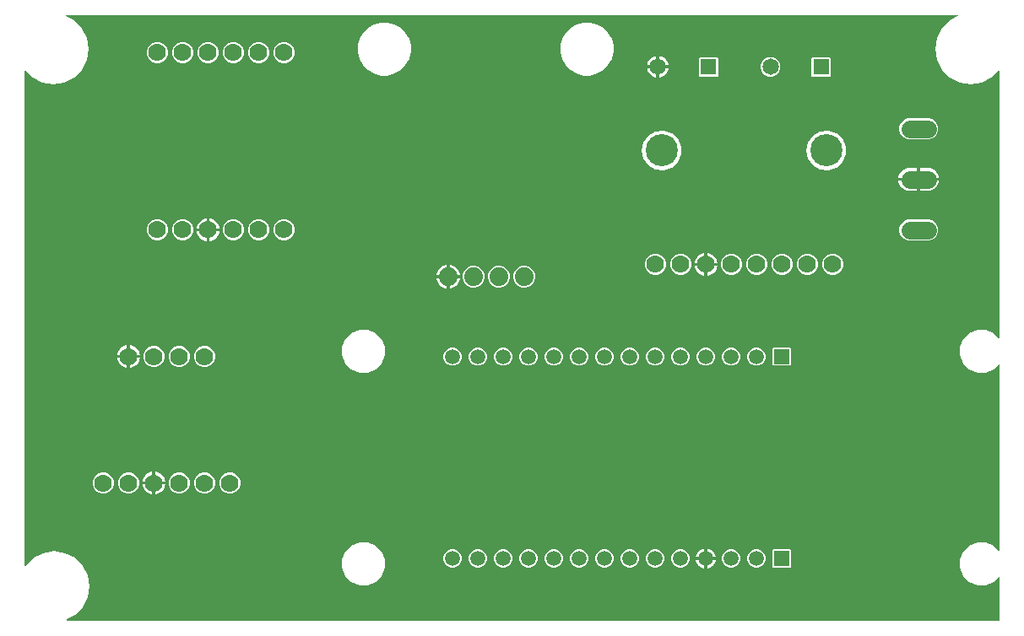
<source format=gbr>
G04 EAGLE Gerber RS-274X export*
G75*
%MOMM*%
%FSLAX34Y34*%
%LPD*%
%INBottom Copper*%
%IPPOS*%
%AMOC8*
5,1,8,0,0,1.08239X$1,22.5*%
G01*
%ADD10C,1.879600*%
%ADD11C,1.778000*%
%ADD12R,1.508000X1.508000*%
%ADD13C,1.508000*%
%ADD14R,1.650000X1.650000*%
%ADD15C,1.650000*%
%ADD16C,1.790700*%
%ADD17C,3.216000*%

G36*
X1213364Y55915D02*
X1213364Y55915D01*
X1213389Y55912D01*
X1213484Y55934D01*
X1213581Y55950D01*
X1213602Y55962D01*
X1213626Y55968D01*
X1213710Y56019D01*
X1213796Y56065D01*
X1213813Y56083D01*
X1213834Y56096D01*
X1213896Y56172D01*
X1213963Y56243D01*
X1213973Y56266D01*
X1213989Y56285D01*
X1214023Y56376D01*
X1214064Y56466D01*
X1214066Y56490D01*
X1214075Y56513D01*
X1214089Y56660D01*
X1214089Y99211D01*
X1214077Y99284D01*
X1214075Y99357D01*
X1214058Y99403D01*
X1214050Y99452D01*
X1214015Y99517D01*
X1213989Y99585D01*
X1213958Y99624D01*
X1213935Y99667D01*
X1213881Y99717D01*
X1213834Y99774D01*
X1213793Y99800D01*
X1213757Y99834D01*
X1213690Y99864D01*
X1213627Y99903D01*
X1213579Y99914D01*
X1213534Y99935D01*
X1213461Y99942D01*
X1213390Y99959D01*
X1213341Y99954D01*
X1213291Y99959D01*
X1213220Y99942D01*
X1213147Y99935D01*
X1213102Y99915D01*
X1213054Y99904D01*
X1212991Y99865D01*
X1212924Y99835D01*
X1212868Y99788D01*
X1212846Y99775D01*
X1212836Y99762D01*
X1212810Y99741D01*
X1208058Y94989D01*
X1200189Y91729D01*
X1191671Y91729D01*
X1183802Y94989D01*
X1177779Y101012D01*
X1174519Y108881D01*
X1174519Y117399D01*
X1177779Y125268D01*
X1183802Y131291D01*
X1191671Y134551D01*
X1200189Y134551D01*
X1208058Y131291D01*
X1212810Y126539D01*
X1212870Y126496D01*
X1212924Y126446D01*
X1212968Y126426D01*
X1213009Y126397D01*
X1213079Y126376D01*
X1213146Y126345D01*
X1213195Y126340D01*
X1213242Y126326D01*
X1213315Y126328D01*
X1213389Y126321D01*
X1213437Y126332D01*
X1213486Y126334D01*
X1213555Y126360D01*
X1213626Y126376D01*
X1213668Y126403D01*
X1213714Y126420D01*
X1213771Y126466D01*
X1213834Y126505D01*
X1213865Y126543D01*
X1213903Y126575D01*
X1213942Y126637D01*
X1213989Y126694D01*
X1214006Y126740D01*
X1214032Y126782D01*
X1214049Y126853D01*
X1214075Y126922D01*
X1214082Y126995D01*
X1214088Y127019D01*
X1214086Y127036D01*
X1214089Y127069D01*
X1214089Y312611D01*
X1214077Y312684D01*
X1214075Y312757D01*
X1214058Y312803D01*
X1214050Y312852D01*
X1214015Y312917D01*
X1213989Y312985D01*
X1213958Y313024D01*
X1213935Y313067D01*
X1213881Y313117D01*
X1213834Y313174D01*
X1213793Y313200D01*
X1213757Y313234D01*
X1213690Y313264D01*
X1213627Y313303D01*
X1213579Y313314D01*
X1213534Y313335D01*
X1213461Y313342D01*
X1213390Y313359D01*
X1213341Y313354D01*
X1213291Y313359D01*
X1213220Y313342D01*
X1213147Y313335D01*
X1213102Y313315D01*
X1213054Y313304D01*
X1212991Y313265D01*
X1212924Y313235D01*
X1212868Y313188D01*
X1212846Y313175D01*
X1212836Y313162D01*
X1212810Y313141D01*
X1208058Y308389D01*
X1200189Y305129D01*
X1191671Y305129D01*
X1183802Y308389D01*
X1177779Y314412D01*
X1174519Y322281D01*
X1174519Y330799D01*
X1177779Y338668D01*
X1183802Y344691D01*
X1191671Y347951D01*
X1200189Y347951D01*
X1208058Y344691D01*
X1212810Y339939D01*
X1212870Y339896D01*
X1212924Y339846D01*
X1212968Y339826D01*
X1213009Y339797D01*
X1213079Y339776D01*
X1213146Y339745D01*
X1213195Y339740D01*
X1213242Y339726D01*
X1213315Y339728D01*
X1213389Y339721D01*
X1213437Y339732D01*
X1213486Y339734D01*
X1213555Y339760D01*
X1213626Y339776D01*
X1213668Y339803D01*
X1213714Y339820D01*
X1213771Y339866D01*
X1213834Y339905D01*
X1213865Y339943D01*
X1213903Y339975D01*
X1213942Y340037D01*
X1213989Y340094D01*
X1214006Y340140D01*
X1214032Y340182D01*
X1214049Y340253D01*
X1214075Y340322D01*
X1214082Y340395D01*
X1214088Y340419D01*
X1214086Y340436D01*
X1214089Y340469D01*
X1214089Y607572D01*
X1214077Y607645D01*
X1214075Y607718D01*
X1214058Y607764D01*
X1214050Y607813D01*
X1214015Y607878D01*
X1213989Y607946D01*
X1213958Y607985D01*
X1213935Y608028D01*
X1213881Y608078D01*
X1213834Y608135D01*
X1213793Y608161D01*
X1213757Y608195D01*
X1213690Y608225D01*
X1213627Y608264D01*
X1213579Y608275D01*
X1213534Y608296D01*
X1213461Y608303D01*
X1213390Y608320D01*
X1213341Y608315D01*
X1213291Y608320D01*
X1213220Y608303D01*
X1213147Y608296D01*
X1213102Y608276D01*
X1213054Y608265D01*
X1212991Y608226D01*
X1212924Y608196D01*
X1212868Y608149D01*
X1212846Y608136D01*
X1212836Y608123D01*
X1212810Y608102D01*
X1205787Y601078D01*
X1195876Y596029D01*
X1184890Y594289D01*
X1173904Y596029D01*
X1163993Y601078D01*
X1156128Y608943D01*
X1151079Y618854D01*
X1149339Y629840D01*
X1151079Y640826D01*
X1156128Y650737D01*
X1163994Y658602D01*
X1171983Y662672D01*
X1172038Y662713D01*
X1172099Y662745D01*
X1172136Y662785D01*
X1172179Y662817D01*
X1172218Y662873D01*
X1172265Y662924D01*
X1172288Y662973D01*
X1172319Y663017D01*
X1172338Y663083D01*
X1172366Y663146D01*
X1172372Y663200D01*
X1172387Y663252D01*
X1172383Y663320D01*
X1172390Y663389D01*
X1172378Y663441D01*
X1172376Y663495D01*
X1172351Y663559D01*
X1172335Y663626D01*
X1172306Y663672D01*
X1172287Y663723D01*
X1172243Y663775D01*
X1172206Y663834D01*
X1172165Y663868D01*
X1172130Y663909D01*
X1172071Y663945D01*
X1172018Y663989D01*
X1171967Y664008D01*
X1171921Y664036D01*
X1171854Y664050D01*
X1171790Y664075D01*
X1171706Y664083D01*
X1171683Y664088D01*
X1171669Y664087D01*
X1171643Y664089D01*
X278050Y664089D01*
X277983Y664078D01*
X277914Y664077D01*
X277863Y664058D01*
X277810Y664050D01*
X277749Y664017D01*
X277685Y663994D01*
X277642Y663960D01*
X277594Y663935D01*
X277548Y663884D01*
X277494Y663842D01*
X277465Y663796D01*
X277428Y663757D01*
X277399Y663694D01*
X277362Y663636D01*
X277349Y663584D01*
X277327Y663534D01*
X277320Y663466D01*
X277304Y663399D01*
X277308Y663345D01*
X277303Y663291D01*
X277318Y663225D01*
X277324Y663156D01*
X277346Y663107D01*
X277358Y663054D01*
X277394Y662995D01*
X277422Y662933D01*
X277458Y662892D01*
X277487Y662846D01*
X277540Y662803D01*
X277586Y662752D01*
X277656Y662707D01*
X277675Y662692D01*
X277688Y662687D01*
X277710Y662672D01*
X285857Y658522D01*
X293722Y650657D01*
X298771Y640746D01*
X300511Y629760D01*
X298771Y618774D01*
X293722Y608863D01*
X285857Y600998D01*
X275946Y595949D01*
X264960Y594209D01*
X253974Y595949D01*
X244063Y600998D01*
X237190Y607872D01*
X237130Y607915D01*
X237076Y607965D01*
X237032Y607985D01*
X236991Y608014D01*
X236921Y608035D01*
X236854Y608066D01*
X236805Y608071D01*
X236758Y608085D01*
X236685Y608083D01*
X236611Y608090D01*
X236563Y608079D01*
X236514Y608077D01*
X236445Y608051D01*
X236374Y608035D01*
X236332Y608009D01*
X236286Y607991D01*
X236229Y607945D01*
X236166Y607906D01*
X236135Y607868D01*
X236097Y607837D01*
X236058Y607774D01*
X236011Y607717D01*
X235994Y607671D01*
X235968Y607629D01*
X235951Y607558D01*
X235925Y607489D01*
X235918Y607416D01*
X235912Y607392D01*
X235914Y607375D01*
X235911Y607342D01*
X235911Y111778D01*
X235923Y111705D01*
X235925Y111632D01*
X235942Y111586D01*
X235950Y111537D01*
X235985Y111472D01*
X236011Y111404D01*
X236042Y111365D01*
X236065Y111322D01*
X236119Y111272D01*
X236166Y111215D01*
X236207Y111189D01*
X236243Y111155D01*
X236310Y111125D01*
X236373Y111086D01*
X236421Y111075D01*
X236466Y111054D01*
X236539Y111047D01*
X236610Y111030D01*
X236659Y111035D01*
X236709Y111030D01*
X236780Y111047D01*
X236853Y111054D01*
X236898Y111074D01*
X236946Y111085D01*
X237009Y111124D01*
X237076Y111154D01*
X237132Y111201D01*
X237154Y111214D01*
X237164Y111227D01*
X237190Y111248D01*
X244963Y119022D01*
X254874Y124071D01*
X265860Y125811D01*
X276846Y124071D01*
X286757Y119022D01*
X294622Y111157D01*
X299671Y101246D01*
X301411Y90260D01*
X299671Y79274D01*
X294622Y69363D01*
X286757Y61498D01*
X278571Y57328D01*
X278516Y57287D01*
X278455Y57255D01*
X278418Y57215D01*
X278375Y57183D01*
X278335Y57127D01*
X278288Y57076D01*
X278266Y57027D01*
X278235Y56983D01*
X278216Y56917D01*
X278188Y56854D01*
X278182Y56800D01*
X278167Y56748D01*
X278170Y56680D01*
X278163Y56611D01*
X278176Y56559D01*
X278178Y56505D01*
X278203Y56441D01*
X278219Y56374D01*
X278247Y56328D01*
X278267Y56277D01*
X278311Y56225D01*
X278347Y56166D01*
X278389Y56132D01*
X278424Y56091D01*
X278483Y56055D01*
X278536Y56011D01*
X278586Y55992D01*
X278633Y55964D01*
X278700Y55949D01*
X278764Y55925D01*
X278847Y55917D01*
X278871Y55912D01*
X278885Y55913D01*
X278911Y55911D01*
X1213340Y55911D01*
X1213364Y55915D01*
G37*
%LPC*%
G36*
X796589Y603249D02*
X796589Y603249D01*
X789805Y605067D01*
X783724Y608578D01*
X778758Y613544D01*
X775247Y619625D01*
X773429Y626409D01*
X773429Y633431D01*
X773618Y634137D01*
X773619Y634137D01*
X773619Y634138D01*
X773819Y634887D01*
X774020Y635636D01*
X774221Y636385D01*
X774421Y637134D01*
X774422Y637134D01*
X774422Y637135D01*
X774823Y638633D01*
X775024Y639382D01*
X775247Y640215D01*
X778758Y646296D01*
X783724Y651262D01*
X789805Y654773D01*
X796589Y656591D01*
X803611Y656591D01*
X810395Y654773D01*
X816476Y651262D01*
X821442Y646296D01*
X824953Y640215D01*
X826771Y633431D01*
X826771Y626409D01*
X826737Y626284D01*
X826537Y625535D01*
X826135Y624037D01*
X826135Y624036D01*
X825934Y623287D01*
X825533Y621789D01*
X825332Y621040D01*
X825332Y621039D01*
X824953Y619625D01*
X821442Y613544D01*
X816476Y608578D01*
X810395Y605067D01*
X803611Y603249D01*
X796589Y603249D01*
G37*
%LPD*%
%LPC*%
G36*
X593389Y603249D02*
X593389Y603249D01*
X586605Y605067D01*
X580524Y608578D01*
X575558Y613544D01*
X572047Y619625D01*
X570229Y626409D01*
X570229Y633431D01*
X570418Y634137D01*
X570419Y634137D01*
X570419Y634138D01*
X570619Y634887D01*
X570820Y635636D01*
X571021Y636385D01*
X571221Y637134D01*
X571222Y637134D01*
X571222Y637135D01*
X571623Y638633D01*
X571824Y639382D01*
X572047Y640215D01*
X575558Y646296D01*
X580524Y651262D01*
X586605Y654773D01*
X593389Y656591D01*
X600411Y656591D01*
X607195Y654773D01*
X613276Y651262D01*
X618242Y646296D01*
X621753Y640215D01*
X623571Y633431D01*
X623571Y626409D01*
X623537Y626284D01*
X623337Y625535D01*
X622935Y624037D01*
X622935Y624036D01*
X622734Y623287D01*
X622333Y621789D01*
X622132Y621040D01*
X622132Y621039D01*
X621753Y619625D01*
X618242Y613544D01*
X613276Y608578D01*
X607195Y605067D01*
X600411Y603249D01*
X593389Y603249D01*
G37*
%LPD*%
%LPC*%
G36*
X571871Y305129D02*
X571871Y305129D01*
X564002Y308389D01*
X557979Y314412D01*
X554719Y322281D01*
X554719Y330799D01*
X557979Y338668D01*
X564002Y344691D01*
X571871Y347951D01*
X580389Y347951D01*
X588258Y344691D01*
X594281Y338668D01*
X597541Y330799D01*
X597541Y322281D01*
X594281Y314412D01*
X588258Y308389D01*
X580389Y305129D01*
X571871Y305129D01*
G37*
%LPD*%
%LPC*%
G36*
X571871Y91729D02*
X571871Y91729D01*
X564002Y94989D01*
X557979Y101012D01*
X554719Y108881D01*
X554719Y117399D01*
X557979Y125268D01*
X564002Y131291D01*
X571871Y134551D01*
X580389Y134551D01*
X588258Y131291D01*
X594281Y125268D01*
X597541Y117399D01*
X597541Y108881D01*
X594281Y101012D01*
X588258Y94989D01*
X580389Y91729D01*
X571871Y91729D01*
G37*
%LPD*%
%LPC*%
G36*
X868805Y508842D02*
X868805Y508842D01*
X861551Y513030D01*
X856628Y519807D01*
X854886Y528000D01*
X856628Y536193D01*
X861551Y542970D01*
X868805Y547158D01*
X877136Y548034D01*
X885102Y545445D01*
X891327Y539840D01*
X894734Y532188D01*
X894734Y523812D01*
X891327Y516160D01*
X885102Y510555D01*
X877136Y507966D01*
X868805Y508842D01*
G37*
%LPD*%
%LPC*%
G36*
X1033905Y508842D02*
X1033905Y508842D01*
X1026651Y513030D01*
X1021728Y519807D01*
X1019986Y528000D01*
X1021728Y536193D01*
X1026651Y542970D01*
X1033905Y547158D01*
X1042236Y548034D01*
X1050202Y545445D01*
X1056427Y539840D01*
X1059834Y532188D01*
X1059834Y523812D01*
X1056427Y516160D01*
X1050202Y510555D01*
X1042236Y507966D01*
X1033905Y508842D01*
G37*
%LPD*%
%LPC*%
G36*
X1121802Y539432D02*
X1121802Y539432D01*
X1117951Y541027D01*
X1115003Y543975D01*
X1113408Y547826D01*
X1113408Y551994D01*
X1115003Y555845D01*
X1117951Y558793D01*
X1121802Y560388D01*
X1143878Y560388D01*
X1147729Y558793D01*
X1150677Y555845D01*
X1152272Y551994D01*
X1152272Y547826D01*
X1150677Y543975D01*
X1147729Y541027D01*
X1143878Y539432D01*
X1121802Y539432D01*
G37*
%LPD*%
%LPC*%
G36*
X1121802Y437832D02*
X1121802Y437832D01*
X1117951Y439427D01*
X1115003Y442375D01*
X1113408Y446226D01*
X1113408Y450394D01*
X1115003Y454245D01*
X1117951Y457193D01*
X1121802Y458788D01*
X1143878Y458788D01*
X1147729Y457193D01*
X1150677Y454245D01*
X1152272Y450394D01*
X1152272Y446226D01*
X1150677Y442375D01*
X1147729Y439427D01*
X1143878Y437832D01*
X1121802Y437832D01*
G37*
%LPD*%
%LPC*%
G36*
X913138Y602365D02*
X913138Y602365D01*
X912245Y603258D01*
X912245Y621022D01*
X913138Y621915D01*
X930902Y621915D01*
X931795Y621022D01*
X931795Y603258D01*
X930902Y602365D01*
X913138Y602365D01*
G37*
%LPD*%
%LPC*%
G36*
X1026168Y602365D02*
X1026168Y602365D01*
X1025275Y603258D01*
X1025275Y621022D01*
X1026168Y621915D01*
X1043932Y621915D01*
X1044825Y621022D01*
X1044825Y603258D01*
X1043932Y602365D01*
X1026168Y602365D01*
G37*
%LPD*%
%LPC*%
G36*
X734947Y390527D02*
X734947Y390527D01*
X730933Y392190D01*
X727860Y395263D01*
X726197Y399277D01*
X726197Y403623D01*
X727860Y407637D01*
X730933Y410710D01*
X734947Y412373D01*
X739293Y412373D01*
X743307Y410710D01*
X746380Y407637D01*
X748043Y403623D01*
X748043Y399277D01*
X746380Y395263D01*
X743307Y392190D01*
X739293Y390527D01*
X734947Y390527D01*
G37*
%LPD*%
%LPC*%
G36*
X684147Y390527D02*
X684147Y390527D01*
X680133Y392190D01*
X677060Y395263D01*
X675397Y399277D01*
X675397Y403623D01*
X677060Y407637D01*
X680133Y410710D01*
X684147Y412373D01*
X688493Y412373D01*
X692507Y410710D01*
X695580Y407637D01*
X697243Y403623D01*
X697243Y399277D01*
X695580Y395263D01*
X692507Y392190D01*
X688493Y390527D01*
X684147Y390527D01*
G37*
%LPD*%
%LPC*%
G36*
X709547Y390527D02*
X709547Y390527D01*
X705533Y392190D01*
X702460Y395263D01*
X700797Y399277D01*
X700797Y403623D01*
X702460Y407637D01*
X705533Y410710D01*
X709547Y412373D01*
X713893Y412373D01*
X717907Y410710D01*
X720980Y407637D01*
X722643Y403623D01*
X722643Y399277D01*
X720980Y395263D01*
X717907Y392190D01*
X713893Y390527D01*
X709547Y390527D01*
G37*
%LPD*%
%LPC*%
G36*
X443428Y615825D02*
X443428Y615825D01*
X439601Y617411D01*
X436671Y620341D01*
X435085Y624168D01*
X435085Y628312D01*
X436671Y632139D01*
X439601Y635069D01*
X443428Y636655D01*
X447572Y636655D01*
X451399Y635069D01*
X454329Y632139D01*
X455915Y628312D01*
X455915Y624168D01*
X454329Y620341D01*
X451399Y617411D01*
X447572Y615825D01*
X443428Y615825D01*
G37*
%LPD*%
%LPC*%
G36*
X418028Y615825D02*
X418028Y615825D01*
X414201Y617411D01*
X411271Y620341D01*
X409685Y624168D01*
X409685Y628312D01*
X411271Y632139D01*
X414201Y635069D01*
X418028Y636655D01*
X422172Y636655D01*
X425999Y635069D01*
X428929Y632139D01*
X430515Y628312D01*
X430515Y624168D01*
X428929Y620341D01*
X425999Y617411D01*
X422172Y615825D01*
X418028Y615825D01*
G37*
%LPD*%
%LPC*%
G36*
X392628Y615825D02*
X392628Y615825D01*
X388801Y617411D01*
X385871Y620341D01*
X384285Y624168D01*
X384285Y628312D01*
X385871Y632139D01*
X388801Y635069D01*
X392628Y636655D01*
X396772Y636655D01*
X400599Y635069D01*
X403529Y632139D01*
X405115Y628312D01*
X405115Y624168D01*
X403529Y620341D01*
X400599Y617411D01*
X396772Y615825D01*
X392628Y615825D01*
G37*
%LPD*%
%LPC*%
G36*
X468828Y615825D02*
X468828Y615825D01*
X465001Y617411D01*
X462071Y620341D01*
X460485Y624168D01*
X460485Y628312D01*
X462071Y632139D01*
X465001Y635069D01*
X468828Y636655D01*
X472972Y636655D01*
X476799Y635069D01*
X479729Y632139D01*
X481315Y628312D01*
X481315Y624168D01*
X479729Y620341D01*
X476799Y617411D01*
X472972Y615825D01*
X468828Y615825D01*
G37*
%LPD*%
%LPC*%
G36*
X892008Y403285D02*
X892008Y403285D01*
X888181Y404871D01*
X885251Y407801D01*
X883665Y411628D01*
X883665Y415772D01*
X885251Y419599D01*
X888181Y422529D01*
X892008Y424115D01*
X896152Y424115D01*
X899979Y422529D01*
X902909Y419599D01*
X904495Y415772D01*
X904495Y411628D01*
X902909Y407801D01*
X899979Y404871D01*
X896152Y403285D01*
X892008Y403285D01*
G37*
%LPD*%
%LPC*%
G36*
X866608Y403285D02*
X866608Y403285D01*
X862781Y404871D01*
X859851Y407801D01*
X858265Y411628D01*
X858265Y415772D01*
X859851Y419599D01*
X862781Y422529D01*
X866608Y424115D01*
X870752Y424115D01*
X874579Y422529D01*
X877509Y419599D01*
X879095Y415772D01*
X879095Y411628D01*
X877509Y407801D01*
X874579Y404871D01*
X870752Y403285D01*
X866608Y403285D01*
G37*
%LPD*%
%LPC*%
G36*
X439888Y183895D02*
X439888Y183895D01*
X436061Y185481D01*
X433131Y188411D01*
X431545Y192238D01*
X431545Y196382D01*
X433131Y200209D01*
X436061Y203139D01*
X439888Y204725D01*
X444032Y204725D01*
X447859Y203139D01*
X450789Y200209D01*
X452375Y196382D01*
X452375Y192238D01*
X450789Y188411D01*
X447859Y185481D01*
X444032Y183895D01*
X439888Y183895D01*
G37*
%LPD*%
%LPC*%
G36*
X363688Y310895D02*
X363688Y310895D01*
X359861Y312481D01*
X356931Y315411D01*
X355345Y319238D01*
X355345Y323382D01*
X356931Y327209D01*
X359861Y330139D01*
X363688Y331725D01*
X367832Y331725D01*
X371659Y330139D01*
X374589Y327209D01*
X376175Y323382D01*
X376175Y319238D01*
X374589Y315411D01*
X371659Y312481D01*
X367832Y310895D01*
X363688Y310895D01*
G37*
%LPD*%
%LPC*%
G36*
X389088Y310895D02*
X389088Y310895D01*
X385261Y312481D01*
X382331Y315411D01*
X380745Y319238D01*
X380745Y323382D01*
X382331Y327209D01*
X385261Y330139D01*
X389088Y331725D01*
X393232Y331725D01*
X397059Y330139D01*
X399989Y327209D01*
X401575Y323382D01*
X401575Y319238D01*
X399989Y315411D01*
X397059Y312481D01*
X393232Y310895D01*
X389088Y310895D01*
G37*
%LPD*%
%LPC*%
G36*
X414488Y310895D02*
X414488Y310895D01*
X410661Y312481D01*
X407731Y315411D01*
X406145Y319238D01*
X406145Y323382D01*
X407731Y327209D01*
X410661Y330139D01*
X414488Y331725D01*
X418632Y331725D01*
X422459Y330139D01*
X425389Y327209D01*
X426975Y323382D01*
X426975Y319238D01*
X425389Y315411D01*
X422459Y312481D01*
X418632Y310895D01*
X414488Y310895D01*
G37*
%LPD*%
%LPC*%
G36*
X494228Y438025D02*
X494228Y438025D01*
X490401Y439611D01*
X487471Y442541D01*
X485885Y446368D01*
X485885Y450512D01*
X487471Y454339D01*
X490401Y457269D01*
X494228Y458855D01*
X498372Y458855D01*
X502199Y457269D01*
X505129Y454339D01*
X506715Y450512D01*
X506715Y446368D01*
X505129Y442541D01*
X502199Y439611D01*
X498372Y438025D01*
X494228Y438025D01*
G37*
%LPD*%
%LPC*%
G36*
X468828Y438025D02*
X468828Y438025D01*
X465001Y439611D01*
X462071Y442541D01*
X460485Y446368D01*
X460485Y450512D01*
X462071Y454339D01*
X465001Y457269D01*
X468828Y458855D01*
X472972Y458855D01*
X476799Y457269D01*
X479729Y454339D01*
X481315Y450512D01*
X481315Y446368D01*
X479729Y442541D01*
X476799Y439611D01*
X472972Y438025D01*
X468828Y438025D01*
G37*
%LPD*%
%LPC*%
G36*
X443428Y438025D02*
X443428Y438025D01*
X439601Y439611D01*
X436671Y442541D01*
X435085Y446368D01*
X435085Y450512D01*
X436671Y454339D01*
X439601Y457269D01*
X443428Y458855D01*
X447572Y458855D01*
X451399Y457269D01*
X454329Y454339D01*
X455915Y450512D01*
X455915Y446368D01*
X454329Y442541D01*
X451399Y439611D01*
X447572Y438025D01*
X443428Y438025D01*
G37*
%LPD*%
%LPC*%
G36*
X392628Y438025D02*
X392628Y438025D01*
X388801Y439611D01*
X385871Y442541D01*
X384285Y446368D01*
X384285Y450512D01*
X385871Y454339D01*
X388801Y457269D01*
X392628Y458855D01*
X396772Y458855D01*
X400599Y457269D01*
X403529Y454339D01*
X405115Y450512D01*
X405115Y446368D01*
X403529Y442541D01*
X400599Y439611D01*
X396772Y438025D01*
X392628Y438025D01*
G37*
%LPD*%
%LPC*%
G36*
X367228Y438025D02*
X367228Y438025D01*
X363401Y439611D01*
X360471Y442541D01*
X358885Y446368D01*
X358885Y450512D01*
X360471Y454339D01*
X363401Y457269D01*
X367228Y458855D01*
X371372Y458855D01*
X375199Y457269D01*
X378129Y454339D01*
X379715Y450512D01*
X379715Y446368D01*
X378129Y442541D01*
X375199Y439611D01*
X371372Y438025D01*
X367228Y438025D01*
G37*
%LPD*%
%LPC*%
G36*
X367228Y615825D02*
X367228Y615825D01*
X363401Y617411D01*
X360471Y620341D01*
X358885Y624168D01*
X358885Y628312D01*
X360471Y632139D01*
X363401Y635069D01*
X367228Y636655D01*
X371372Y636655D01*
X375199Y635069D01*
X378129Y632139D01*
X379715Y628312D01*
X379715Y624168D01*
X378129Y620341D01*
X375199Y617411D01*
X371372Y615825D01*
X367228Y615825D01*
G37*
%LPD*%
%LPC*%
G36*
X494228Y615825D02*
X494228Y615825D01*
X490401Y617411D01*
X487471Y620341D01*
X485885Y624168D01*
X485885Y628312D01*
X487471Y632139D01*
X490401Y635069D01*
X494228Y636655D01*
X498372Y636655D01*
X502199Y635069D01*
X505129Y632139D01*
X506715Y628312D01*
X506715Y624168D01*
X505129Y620341D01*
X502199Y617411D01*
X498372Y615825D01*
X494228Y615825D01*
G37*
%LPD*%
%LPC*%
G36*
X312888Y183895D02*
X312888Y183895D01*
X309061Y185481D01*
X306131Y188411D01*
X304545Y192238D01*
X304545Y196382D01*
X306131Y200209D01*
X309061Y203139D01*
X312888Y204725D01*
X317032Y204725D01*
X320859Y203139D01*
X323789Y200209D01*
X325375Y196382D01*
X325375Y192238D01*
X323789Y188411D01*
X320859Y185481D01*
X317032Y183895D01*
X312888Y183895D01*
G37*
%LPD*%
%LPC*%
G36*
X338288Y183895D02*
X338288Y183895D01*
X334461Y185481D01*
X331531Y188411D01*
X329945Y192238D01*
X329945Y196382D01*
X331531Y200209D01*
X334461Y203139D01*
X338288Y204725D01*
X342432Y204725D01*
X346259Y203139D01*
X349189Y200209D01*
X350775Y196382D01*
X350775Y192238D01*
X349189Y188411D01*
X346259Y185481D01*
X342432Y183895D01*
X338288Y183895D01*
G37*
%LPD*%
%LPC*%
G36*
X389088Y183895D02*
X389088Y183895D01*
X385261Y185481D01*
X382331Y188411D01*
X380745Y192238D01*
X380745Y196382D01*
X382331Y200209D01*
X385261Y203139D01*
X389088Y204725D01*
X393232Y204725D01*
X397059Y203139D01*
X399989Y200209D01*
X401575Y196382D01*
X401575Y192238D01*
X399989Y188411D01*
X397059Y185481D01*
X393232Y183895D01*
X389088Y183895D01*
G37*
%LPD*%
%LPC*%
G36*
X414488Y183895D02*
X414488Y183895D01*
X410661Y185481D01*
X407731Y188411D01*
X406145Y192238D01*
X406145Y196382D01*
X407731Y200209D01*
X410661Y203139D01*
X414488Y204725D01*
X418632Y204725D01*
X422459Y203139D01*
X425389Y200209D01*
X426975Y196382D01*
X426975Y192238D01*
X425389Y188411D01*
X422459Y185481D01*
X418632Y183895D01*
X414488Y183895D01*
G37*
%LPD*%
%LPC*%
G36*
X1044408Y403285D02*
X1044408Y403285D01*
X1040581Y404871D01*
X1037651Y407801D01*
X1036065Y411628D01*
X1036065Y415772D01*
X1037651Y419599D01*
X1040581Y422529D01*
X1044408Y424115D01*
X1048552Y424115D01*
X1052379Y422529D01*
X1055309Y419599D01*
X1056895Y415772D01*
X1056895Y411628D01*
X1055309Y407801D01*
X1052379Y404871D01*
X1048552Y403285D01*
X1044408Y403285D01*
G37*
%LPD*%
%LPC*%
G36*
X1019008Y403285D02*
X1019008Y403285D01*
X1015181Y404871D01*
X1012251Y407801D01*
X1010665Y411628D01*
X1010665Y415772D01*
X1012251Y419599D01*
X1015181Y422529D01*
X1019008Y424115D01*
X1023152Y424115D01*
X1026979Y422529D01*
X1029909Y419599D01*
X1031495Y415772D01*
X1031495Y411628D01*
X1029909Y407801D01*
X1026979Y404871D01*
X1023152Y403285D01*
X1019008Y403285D01*
G37*
%LPD*%
%LPC*%
G36*
X993608Y403285D02*
X993608Y403285D01*
X989781Y404871D01*
X986851Y407801D01*
X985265Y411628D01*
X985265Y415772D01*
X986851Y419599D01*
X989781Y422529D01*
X993608Y424115D01*
X997752Y424115D01*
X1001579Y422529D01*
X1004509Y419599D01*
X1006095Y415772D01*
X1006095Y411628D01*
X1004509Y407801D01*
X1001579Y404871D01*
X997752Y403285D01*
X993608Y403285D01*
G37*
%LPD*%
%LPC*%
G36*
X968208Y403285D02*
X968208Y403285D01*
X964381Y404871D01*
X961451Y407801D01*
X959865Y411628D01*
X959865Y415772D01*
X961451Y419599D01*
X964381Y422529D01*
X968208Y424115D01*
X972352Y424115D01*
X976179Y422529D01*
X979109Y419599D01*
X980695Y415772D01*
X980695Y411628D01*
X979109Y407801D01*
X976179Y404871D01*
X972352Y403285D01*
X968208Y403285D01*
G37*
%LPD*%
%LPC*%
G36*
X942808Y403285D02*
X942808Y403285D01*
X938981Y404871D01*
X936051Y407801D01*
X934465Y411628D01*
X934465Y415772D01*
X936051Y419599D01*
X938981Y422529D01*
X942808Y424115D01*
X946952Y424115D01*
X950779Y422529D01*
X953709Y419599D01*
X955295Y415772D01*
X955295Y411628D01*
X953709Y407801D01*
X950779Y404871D01*
X946952Y403285D01*
X942808Y403285D01*
G37*
%LPD*%
%LPC*%
G36*
X987332Y109429D02*
X987332Y109429D01*
X986439Y110322D01*
X986439Y126666D01*
X987332Y127559D01*
X1003676Y127559D01*
X1004569Y126666D01*
X1004569Y110322D01*
X1003676Y109429D01*
X987332Y109429D01*
G37*
%LPD*%
%LPC*%
G36*
X987332Y312121D02*
X987332Y312121D01*
X986439Y313014D01*
X986439Y329358D01*
X987332Y330251D01*
X1003676Y330251D01*
X1004569Y329358D01*
X1004569Y313014D01*
X1003676Y312121D01*
X987332Y312121D01*
G37*
%LPD*%
%LPC*%
G36*
X982306Y602365D02*
X982306Y602365D01*
X978713Y603853D01*
X975963Y606603D01*
X974475Y610196D01*
X974475Y614084D01*
X975963Y617677D01*
X978713Y620427D01*
X982306Y621915D01*
X986194Y621915D01*
X989787Y620427D01*
X992537Y617677D01*
X994025Y614084D01*
X994025Y610196D01*
X992537Y606603D01*
X989787Y603853D01*
X986194Y602365D01*
X982306Y602365D01*
G37*
%LPD*%
%LPC*%
G36*
X942901Y109429D02*
X942901Y109429D01*
X939569Y110809D01*
X937019Y113359D01*
X935639Y116691D01*
X935639Y120297D01*
X937019Y123629D01*
X939569Y126179D01*
X942901Y127559D01*
X946507Y127559D01*
X949839Y126179D01*
X952389Y123629D01*
X953769Y120297D01*
X953769Y116691D01*
X952389Y113359D01*
X949839Y110809D01*
X946507Y109429D01*
X942901Y109429D01*
G37*
%LPD*%
%LPC*%
G36*
X892101Y109429D02*
X892101Y109429D01*
X888769Y110809D01*
X886219Y113359D01*
X884839Y116691D01*
X884839Y120297D01*
X886219Y123629D01*
X888769Y126179D01*
X892101Y127559D01*
X895707Y127559D01*
X899039Y126179D01*
X901589Y123629D01*
X902969Y120297D01*
X902969Y116691D01*
X901589Y113359D01*
X899039Y110809D01*
X895707Y109429D01*
X892101Y109429D01*
G37*
%LPD*%
%LPC*%
G36*
X866701Y109429D02*
X866701Y109429D01*
X863369Y110809D01*
X860819Y113359D01*
X859439Y116691D01*
X859439Y120297D01*
X860819Y123629D01*
X863369Y126179D01*
X866701Y127559D01*
X870307Y127559D01*
X873639Y126179D01*
X876189Y123629D01*
X877569Y120297D01*
X877569Y116691D01*
X876189Y113359D01*
X873639Y110809D01*
X870307Y109429D01*
X866701Y109429D01*
G37*
%LPD*%
%LPC*%
G36*
X841301Y109429D02*
X841301Y109429D01*
X837969Y110809D01*
X835419Y113359D01*
X834039Y116691D01*
X834039Y120297D01*
X835419Y123629D01*
X837969Y126179D01*
X841301Y127559D01*
X844907Y127559D01*
X848239Y126179D01*
X850789Y123629D01*
X852169Y120297D01*
X852169Y116691D01*
X850789Y113359D01*
X848239Y110809D01*
X844907Y109429D01*
X841301Y109429D01*
G37*
%LPD*%
%LPC*%
G36*
X815901Y109429D02*
X815901Y109429D01*
X812569Y110809D01*
X810019Y113359D01*
X808639Y116691D01*
X808639Y120297D01*
X810019Y123629D01*
X812569Y126179D01*
X815901Y127559D01*
X819507Y127559D01*
X822839Y126179D01*
X825389Y123629D01*
X826769Y120297D01*
X826769Y116691D01*
X825389Y113359D01*
X822839Y110809D01*
X819507Y109429D01*
X815901Y109429D01*
G37*
%LPD*%
%LPC*%
G36*
X790501Y109429D02*
X790501Y109429D01*
X787169Y110809D01*
X784619Y113359D01*
X783239Y116691D01*
X783239Y120297D01*
X784619Y123629D01*
X787169Y126179D01*
X790501Y127559D01*
X794107Y127559D01*
X797439Y126179D01*
X799989Y123629D01*
X801369Y120297D01*
X801369Y116691D01*
X799989Y113359D01*
X797439Y110809D01*
X794107Y109429D01*
X790501Y109429D01*
G37*
%LPD*%
%LPC*%
G36*
X765101Y109429D02*
X765101Y109429D01*
X761769Y110809D01*
X759219Y113359D01*
X757839Y116691D01*
X757839Y120297D01*
X759219Y123629D01*
X761769Y126179D01*
X765101Y127559D01*
X768707Y127559D01*
X772039Y126179D01*
X774589Y123629D01*
X775969Y120297D01*
X775969Y116691D01*
X774589Y113359D01*
X772039Y110809D01*
X768707Y109429D01*
X765101Y109429D01*
G37*
%LPD*%
%LPC*%
G36*
X739701Y109429D02*
X739701Y109429D01*
X736369Y110809D01*
X733819Y113359D01*
X732439Y116691D01*
X732439Y120297D01*
X733819Y123629D01*
X736369Y126179D01*
X739701Y127559D01*
X743307Y127559D01*
X746639Y126179D01*
X749189Y123629D01*
X750569Y120297D01*
X750569Y116691D01*
X749189Y113359D01*
X746639Y110809D01*
X743307Y109429D01*
X739701Y109429D01*
G37*
%LPD*%
%LPC*%
G36*
X714301Y109429D02*
X714301Y109429D01*
X710969Y110809D01*
X708419Y113359D01*
X707039Y116691D01*
X707039Y120297D01*
X708419Y123629D01*
X710969Y126179D01*
X714301Y127559D01*
X717907Y127559D01*
X721239Y126179D01*
X723789Y123629D01*
X725169Y120297D01*
X725169Y116691D01*
X723789Y113359D01*
X721239Y110809D01*
X717907Y109429D01*
X714301Y109429D01*
G37*
%LPD*%
%LPC*%
G36*
X688901Y109429D02*
X688901Y109429D01*
X685569Y110809D01*
X683019Y113359D01*
X681639Y116691D01*
X681639Y120297D01*
X683019Y123629D01*
X685569Y126179D01*
X688901Y127559D01*
X692507Y127559D01*
X695839Y126179D01*
X698389Y123629D01*
X699769Y120297D01*
X699769Y116691D01*
X698389Y113359D01*
X695839Y110809D01*
X692507Y109429D01*
X688901Y109429D01*
G37*
%LPD*%
%LPC*%
G36*
X663501Y109429D02*
X663501Y109429D01*
X660169Y110809D01*
X657619Y113359D01*
X656239Y116691D01*
X656239Y120297D01*
X657619Y123629D01*
X660169Y126179D01*
X663501Y127559D01*
X667107Y127559D01*
X670439Y126179D01*
X672989Y123629D01*
X674369Y120297D01*
X674369Y116691D01*
X672989Y113359D01*
X670439Y110809D01*
X667107Y109429D01*
X663501Y109429D01*
G37*
%LPD*%
%LPC*%
G36*
X917501Y312121D02*
X917501Y312121D01*
X914169Y313501D01*
X911619Y316051D01*
X910239Y319383D01*
X910239Y322989D01*
X911619Y326321D01*
X914169Y328871D01*
X917501Y330251D01*
X921107Y330251D01*
X924439Y328871D01*
X926989Y326321D01*
X928369Y322989D01*
X928369Y319383D01*
X926989Y316051D01*
X924439Y313501D01*
X921107Y312121D01*
X917501Y312121D01*
G37*
%LPD*%
%LPC*%
G36*
X688901Y312121D02*
X688901Y312121D01*
X685569Y313501D01*
X683019Y316051D01*
X681639Y319383D01*
X681639Y322989D01*
X683019Y326321D01*
X685569Y328871D01*
X688901Y330251D01*
X692507Y330251D01*
X695839Y328871D01*
X698389Y326321D01*
X699769Y322989D01*
X699769Y319383D01*
X698389Y316051D01*
X695839Y313501D01*
X692507Y312121D01*
X688901Y312121D01*
G37*
%LPD*%
%LPC*%
G36*
X663501Y312121D02*
X663501Y312121D01*
X660169Y313501D01*
X657619Y316051D01*
X656239Y319383D01*
X656239Y322989D01*
X657619Y326321D01*
X660169Y328871D01*
X663501Y330251D01*
X667107Y330251D01*
X670439Y328871D01*
X672989Y326321D01*
X674369Y322989D01*
X674369Y319383D01*
X672989Y316051D01*
X670439Y313501D01*
X667107Y312121D01*
X663501Y312121D01*
G37*
%LPD*%
%LPC*%
G36*
X968301Y312121D02*
X968301Y312121D01*
X964969Y313501D01*
X962419Y316051D01*
X961039Y319383D01*
X961039Y322989D01*
X962419Y326321D01*
X964969Y328871D01*
X968301Y330251D01*
X971907Y330251D01*
X975239Y328871D01*
X977789Y326321D01*
X979169Y322989D01*
X979169Y319383D01*
X977789Y316051D01*
X975239Y313501D01*
X971907Y312121D01*
X968301Y312121D01*
G37*
%LPD*%
%LPC*%
G36*
X942901Y312121D02*
X942901Y312121D01*
X939569Y313501D01*
X937019Y316051D01*
X935639Y319383D01*
X935639Y322989D01*
X937019Y326321D01*
X939569Y328871D01*
X942901Y330251D01*
X946507Y330251D01*
X949839Y328871D01*
X952389Y326321D01*
X953769Y322989D01*
X953769Y319383D01*
X952389Y316051D01*
X949839Y313501D01*
X946507Y312121D01*
X942901Y312121D01*
G37*
%LPD*%
%LPC*%
G36*
X892101Y312121D02*
X892101Y312121D01*
X888769Y313501D01*
X886219Y316051D01*
X884839Y319383D01*
X884839Y322989D01*
X886219Y326321D01*
X888769Y328871D01*
X892101Y330251D01*
X895707Y330251D01*
X899039Y328871D01*
X901589Y326321D01*
X902969Y322989D01*
X902969Y319383D01*
X901589Y316051D01*
X899039Y313501D01*
X895707Y312121D01*
X892101Y312121D01*
G37*
%LPD*%
%LPC*%
G36*
X866701Y312121D02*
X866701Y312121D01*
X863369Y313501D01*
X860819Y316051D01*
X859439Y319383D01*
X859439Y322989D01*
X860819Y326321D01*
X863369Y328871D01*
X866701Y330251D01*
X870307Y330251D01*
X873639Y328871D01*
X876189Y326321D01*
X877569Y322989D01*
X877569Y319383D01*
X876189Y316051D01*
X873639Y313501D01*
X870307Y312121D01*
X866701Y312121D01*
G37*
%LPD*%
%LPC*%
G36*
X841301Y312121D02*
X841301Y312121D01*
X837969Y313501D01*
X835419Y316051D01*
X834039Y319383D01*
X834039Y322989D01*
X835419Y326321D01*
X837969Y328871D01*
X841301Y330251D01*
X844907Y330251D01*
X848239Y328871D01*
X850789Y326321D01*
X852169Y322989D01*
X852169Y319383D01*
X850789Y316051D01*
X848239Y313501D01*
X844907Y312121D01*
X841301Y312121D01*
G37*
%LPD*%
%LPC*%
G36*
X815901Y312121D02*
X815901Y312121D01*
X812569Y313501D01*
X810019Y316051D01*
X808639Y319383D01*
X808639Y322989D01*
X810019Y326321D01*
X812569Y328871D01*
X815901Y330251D01*
X819507Y330251D01*
X822839Y328871D01*
X825389Y326321D01*
X826769Y322989D01*
X826769Y319383D01*
X825389Y316051D01*
X822839Y313501D01*
X819507Y312121D01*
X815901Y312121D01*
G37*
%LPD*%
%LPC*%
G36*
X790501Y312121D02*
X790501Y312121D01*
X787169Y313501D01*
X784619Y316051D01*
X783239Y319383D01*
X783239Y322989D01*
X784619Y326321D01*
X787169Y328871D01*
X790501Y330251D01*
X794107Y330251D01*
X797439Y328871D01*
X799989Y326321D01*
X801369Y322989D01*
X801369Y319383D01*
X799989Y316051D01*
X797439Y313501D01*
X794107Y312121D01*
X790501Y312121D01*
G37*
%LPD*%
%LPC*%
G36*
X765101Y312121D02*
X765101Y312121D01*
X761769Y313501D01*
X759219Y316051D01*
X757839Y319383D01*
X757839Y322989D01*
X759219Y326321D01*
X761769Y328871D01*
X765101Y330251D01*
X768707Y330251D01*
X772039Y328871D01*
X774589Y326321D01*
X775969Y322989D01*
X775969Y319383D01*
X774589Y316051D01*
X772039Y313501D01*
X768707Y312121D01*
X765101Y312121D01*
G37*
%LPD*%
%LPC*%
G36*
X739701Y312121D02*
X739701Y312121D01*
X736369Y313501D01*
X733819Y316051D01*
X732439Y319383D01*
X732439Y322989D01*
X733819Y326321D01*
X736369Y328871D01*
X739701Y330251D01*
X743307Y330251D01*
X746639Y328871D01*
X749189Y326321D01*
X750569Y322989D01*
X750569Y319383D01*
X749189Y316051D01*
X746639Y313501D01*
X743307Y312121D01*
X739701Y312121D01*
G37*
%LPD*%
%LPC*%
G36*
X714301Y312121D02*
X714301Y312121D01*
X710969Y313501D01*
X708419Y316051D01*
X707039Y319383D01*
X707039Y322989D01*
X708419Y326321D01*
X710969Y328871D01*
X714301Y330251D01*
X717907Y330251D01*
X721239Y328871D01*
X723789Y326321D01*
X725169Y322989D01*
X725169Y319383D01*
X723789Y316051D01*
X721239Y313501D01*
X717907Y312121D01*
X714301Y312121D01*
G37*
%LPD*%
%LPC*%
G36*
X968301Y109429D02*
X968301Y109429D01*
X964969Y110809D01*
X962419Y113359D01*
X961039Y116691D01*
X961039Y120297D01*
X962419Y123629D01*
X964969Y126179D01*
X968301Y127559D01*
X971907Y127559D01*
X975239Y126179D01*
X977789Y123629D01*
X979169Y120297D01*
X979169Y116691D01*
X977789Y113359D01*
X975239Y110809D01*
X971907Y109429D01*
X968301Y109429D01*
G37*
%LPD*%
%LPC*%
G36*
X1134339Y500609D02*
X1134339Y500609D01*
X1134339Y510604D01*
X1142698Y510604D01*
X1144485Y510321D01*
X1146206Y509762D01*
X1147818Y508941D01*
X1149281Y507877D01*
X1150561Y506598D01*
X1151624Y505134D01*
X1152446Y503522D01*
X1153005Y501802D01*
X1153194Y500609D01*
X1134339Y500609D01*
G37*
%LPD*%
%LPC*%
G36*
X1112486Y500609D02*
X1112486Y500609D01*
X1112675Y501802D01*
X1113234Y503522D01*
X1114056Y505134D01*
X1115119Y506598D01*
X1116399Y507877D01*
X1117862Y508941D01*
X1119474Y509762D01*
X1121195Y510321D01*
X1122982Y510604D01*
X1131341Y510604D01*
X1131341Y500609D01*
X1112486Y500609D01*
G37*
%LPD*%
%LPC*%
G36*
X1134339Y487616D02*
X1134339Y487616D01*
X1134339Y497611D01*
X1153194Y497611D01*
X1153005Y496418D01*
X1152446Y494698D01*
X1151624Y493086D01*
X1150561Y491622D01*
X1149281Y490343D01*
X1147818Y489279D01*
X1146206Y488458D01*
X1144485Y487899D01*
X1142698Y487616D01*
X1134339Y487616D01*
G37*
%LPD*%
%LPC*%
G36*
X1122982Y487616D02*
X1122982Y487616D01*
X1121195Y487899D01*
X1119474Y488458D01*
X1117862Y489279D01*
X1116399Y490343D01*
X1115119Y491622D01*
X1114056Y493086D01*
X1113234Y494698D01*
X1112675Y496418D01*
X1112486Y497611D01*
X1131341Y497611D01*
X1131341Y487616D01*
X1122982Y487616D01*
G37*
%LPD*%
%LPC*%
G36*
X662419Y402949D02*
X662419Y402949D01*
X662419Y413300D01*
X663716Y413095D01*
X665503Y412514D01*
X667177Y411661D01*
X668697Y410556D01*
X670026Y409227D01*
X671131Y407707D01*
X671984Y406033D01*
X672565Y404246D01*
X672770Y402949D01*
X662419Y402949D01*
G37*
%LPD*%
%LPC*%
G36*
X649070Y402949D02*
X649070Y402949D01*
X649275Y404246D01*
X649856Y406033D01*
X650709Y407707D01*
X651814Y409227D01*
X653143Y410556D01*
X654663Y411661D01*
X656337Y412514D01*
X658124Y413095D01*
X659421Y413300D01*
X659421Y402949D01*
X649070Y402949D01*
G37*
%LPD*%
%LPC*%
G36*
X662419Y399951D02*
X662419Y399951D01*
X672770Y399951D01*
X672565Y398654D01*
X671984Y396867D01*
X671131Y395193D01*
X670026Y393673D01*
X668697Y392344D01*
X667177Y391239D01*
X665503Y390386D01*
X663716Y389805D01*
X662419Y389600D01*
X662419Y399951D01*
G37*
%LPD*%
%LPC*%
G36*
X658124Y389805D02*
X658124Y389805D01*
X656337Y390386D01*
X654663Y391239D01*
X653143Y392344D01*
X651814Y393673D01*
X650709Y395193D01*
X649856Y396867D01*
X649275Y398654D01*
X649070Y399951D01*
X659421Y399951D01*
X659421Y389600D01*
X658124Y389805D01*
G37*
%LPD*%
%LPC*%
G36*
X421599Y449939D02*
X421599Y449939D01*
X421599Y459776D01*
X422777Y459589D01*
X424488Y459033D01*
X426091Y458216D01*
X427547Y457159D01*
X428819Y455887D01*
X429876Y454431D01*
X430693Y452828D01*
X431249Y451117D01*
X431436Y449939D01*
X421599Y449939D01*
G37*
%LPD*%
%LPC*%
G36*
X367259Y195809D02*
X367259Y195809D01*
X367259Y205646D01*
X368437Y205459D01*
X370148Y204903D01*
X371751Y204086D01*
X373207Y203029D01*
X374479Y201757D01*
X375536Y200301D01*
X376353Y198698D01*
X376909Y196987D01*
X377096Y195809D01*
X367259Y195809D01*
G37*
%LPD*%
%LPC*%
G36*
X920979Y415199D02*
X920979Y415199D01*
X920979Y425036D01*
X922157Y424849D01*
X923868Y424293D01*
X925471Y423476D01*
X926927Y422419D01*
X928199Y421147D01*
X929256Y419691D01*
X930073Y418088D01*
X930629Y416377D01*
X930816Y415199D01*
X920979Y415199D01*
G37*
%LPD*%
%LPC*%
G36*
X341859Y322809D02*
X341859Y322809D01*
X341859Y332646D01*
X343037Y332459D01*
X344748Y331903D01*
X346351Y331086D01*
X347807Y330029D01*
X349079Y328757D01*
X350136Y327301D01*
X350953Y325698D01*
X351509Y323987D01*
X351696Y322809D01*
X341859Y322809D01*
G37*
%LPD*%
%LPC*%
G36*
X354424Y195809D02*
X354424Y195809D01*
X354611Y196987D01*
X355167Y198698D01*
X355984Y200301D01*
X357041Y201757D01*
X358313Y203029D01*
X359769Y204086D01*
X361372Y204903D01*
X363083Y205459D01*
X364261Y205646D01*
X364261Y195809D01*
X354424Y195809D01*
G37*
%LPD*%
%LPC*%
G36*
X908144Y415199D02*
X908144Y415199D01*
X908331Y416377D01*
X908887Y418088D01*
X909704Y419691D01*
X910761Y421147D01*
X912033Y422419D01*
X913489Y423476D01*
X915092Y424293D01*
X916803Y424849D01*
X917981Y425036D01*
X917981Y415199D01*
X908144Y415199D01*
G37*
%LPD*%
%LPC*%
G36*
X408764Y449939D02*
X408764Y449939D01*
X408951Y451117D01*
X409507Y452828D01*
X410324Y454431D01*
X411381Y455887D01*
X412653Y457159D01*
X414109Y458216D01*
X415712Y459033D01*
X417423Y459589D01*
X418601Y459776D01*
X418601Y449939D01*
X408764Y449939D01*
G37*
%LPD*%
%LPC*%
G36*
X329024Y322809D02*
X329024Y322809D01*
X329211Y323987D01*
X329767Y325698D01*
X330584Y327301D01*
X331641Y328757D01*
X332913Y330029D01*
X334369Y331086D01*
X335972Y331903D01*
X337683Y332459D01*
X338861Y332646D01*
X338861Y322809D01*
X329024Y322809D01*
G37*
%LPD*%
%LPC*%
G36*
X920979Y412201D02*
X920979Y412201D01*
X930816Y412201D01*
X930629Y411023D01*
X930073Y409312D01*
X929256Y407709D01*
X928199Y406253D01*
X926927Y404981D01*
X925471Y403924D01*
X923868Y403107D01*
X922157Y402551D01*
X920979Y402364D01*
X920979Y412201D01*
G37*
%LPD*%
%LPC*%
G36*
X421599Y446941D02*
X421599Y446941D01*
X431436Y446941D01*
X431249Y445763D01*
X430693Y444052D01*
X429876Y442449D01*
X428819Y440993D01*
X427547Y439721D01*
X426091Y438664D01*
X424488Y437847D01*
X422777Y437291D01*
X421599Y437104D01*
X421599Y446941D01*
G37*
%LPD*%
%LPC*%
G36*
X367259Y192811D02*
X367259Y192811D01*
X377096Y192811D01*
X376909Y191633D01*
X376353Y189922D01*
X375536Y188319D01*
X374479Y186863D01*
X373207Y185591D01*
X371751Y184534D01*
X370148Y183717D01*
X368437Y183161D01*
X367259Y182974D01*
X367259Y192811D01*
G37*
%LPD*%
%LPC*%
G36*
X341859Y319811D02*
X341859Y319811D01*
X351696Y319811D01*
X351509Y318633D01*
X350953Y316922D01*
X350136Y315319D01*
X349079Y313863D01*
X347807Y312591D01*
X346351Y311534D01*
X344748Y310717D01*
X343037Y310161D01*
X341859Y309974D01*
X341859Y319811D01*
G37*
%LPD*%
%LPC*%
G36*
X363083Y183161D02*
X363083Y183161D01*
X361372Y183717D01*
X359769Y184534D01*
X358313Y185591D01*
X357041Y186863D01*
X355984Y188319D01*
X355167Y189922D01*
X354611Y191633D01*
X354424Y192811D01*
X364261Y192811D01*
X364261Y182974D01*
X363083Y183161D01*
G37*
%LPD*%
%LPC*%
G36*
X916803Y402551D02*
X916803Y402551D01*
X915092Y403107D01*
X913489Y403924D01*
X912033Y404981D01*
X910761Y406253D01*
X909704Y407709D01*
X908887Y409312D01*
X908331Y411023D01*
X908144Y412201D01*
X917981Y412201D01*
X917981Y402364D01*
X916803Y402551D01*
G37*
%LPD*%
%LPC*%
G36*
X417423Y437291D02*
X417423Y437291D01*
X415712Y437847D01*
X414109Y438664D01*
X412653Y439721D01*
X411381Y440993D01*
X410324Y442449D01*
X409507Y444052D01*
X408951Y445763D01*
X408764Y446941D01*
X418601Y446941D01*
X418601Y437104D01*
X417423Y437291D01*
G37*
%LPD*%
%LPC*%
G36*
X337683Y310161D02*
X337683Y310161D01*
X335972Y310717D01*
X334369Y311534D01*
X332913Y312591D01*
X331641Y313863D01*
X330584Y315319D01*
X329767Y316922D01*
X329211Y318633D01*
X329024Y319811D01*
X338861Y319811D01*
X338861Y309974D01*
X337683Y310161D01*
G37*
%LPD*%
%LPC*%
G36*
X872719Y613639D02*
X872719Y613639D01*
X872719Y622828D01*
X873747Y622665D01*
X875362Y622140D01*
X876876Y621369D01*
X878250Y620371D01*
X879451Y619170D01*
X880449Y617796D01*
X881220Y616282D01*
X881745Y614667D01*
X881908Y613639D01*
X872719Y613639D01*
G37*
%LPD*%
%LPC*%
G36*
X872719Y610641D02*
X872719Y610641D01*
X881908Y610641D01*
X881745Y609613D01*
X881220Y607998D01*
X880449Y606484D01*
X879451Y605110D01*
X878250Y603909D01*
X876876Y602911D01*
X875362Y602140D01*
X873747Y601615D01*
X872719Y601452D01*
X872719Y610641D01*
G37*
%LPD*%
%LPC*%
G36*
X860532Y613639D02*
X860532Y613639D01*
X860695Y614667D01*
X861220Y616282D01*
X861991Y617796D01*
X862989Y619170D01*
X864190Y620371D01*
X865564Y621369D01*
X867078Y622140D01*
X868693Y622665D01*
X869721Y622828D01*
X869721Y613639D01*
X860532Y613639D01*
G37*
%LPD*%
%LPC*%
G36*
X868693Y601615D02*
X868693Y601615D01*
X867078Y602140D01*
X865564Y602911D01*
X864190Y603909D01*
X862989Y605110D01*
X861991Y606484D01*
X861220Y607998D01*
X860695Y609613D01*
X860532Y610641D01*
X869721Y610641D01*
X869721Y601452D01*
X868693Y601615D01*
G37*
%LPD*%
%LPC*%
G36*
X920803Y119993D02*
X920803Y119993D01*
X920803Y128463D01*
X921665Y128327D01*
X923174Y127836D01*
X924587Y127116D01*
X925871Y126183D01*
X926993Y125061D01*
X927926Y123777D01*
X928646Y122364D01*
X929137Y120855D01*
X929273Y119993D01*
X920803Y119993D01*
G37*
%LPD*%
%LPC*%
G36*
X909335Y119993D02*
X909335Y119993D01*
X909471Y120855D01*
X909962Y122364D01*
X910682Y123777D01*
X911615Y125061D01*
X912737Y126183D01*
X914021Y127116D01*
X915434Y127836D01*
X916943Y128327D01*
X917805Y128463D01*
X917805Y119993D01*
X909335Y119993D01*
G37*
%LPD*%
%LPC*%
G36*
X920803Y116995D02*
X920803Y116995D01*
X929273Y116995D01*
X929137Y116133D01*
X928646Y114624D01*
X927926Y113211D01*
X926993Y111927D01*
X925871Y110805D01*
X924587Y109872D01*
X923174Y109152D01*
X921665Y108661D01*
X920803Y108525D01*
X920803Y116995D01*
G37*
%LPD*%
%LPC*%
G36*
X916943Y108661D02*
X916943Y108661D01*
X915434Y109152D01*
X914021Y109872D01*
X912737Y110805D01*
X911615Y111927D01*
X910682Y113211D01*
X909962Y114624D01*
X909471Y116133D01*
X909335Y116995D01*
X917805Y116995D01*
X917805Y108525D01*
X916943Y108661D01*
G37*
%LPD*%
%LPC*%
G36*
X919479Y413699D02*
X919479Y413699D01*
X919479Y413701D01*
X919481Y413701D01*
X919481Y413699D01*
X919479Y413699D01*
G37*
%LPD*%
%LPC*%
G36*
X1132839Y499109D02*
X1132839Y499109D01*
X1132839Y499111D01*
X1132841Y499111D01*
X1132841Y499109D01*
X1132839Y499109D01*
G37*
%LPD*%
%LPC*%
G36*
X871219Y612139D02*
X871219Y612139D01*
X871219Y612141D01*
X871221Y612141D01*
X871221Y612139D01*
X871219Y612139D01*
G37*
%LPD*%
%LPC*%
G36*
X660919Y401449D02*
X660919Y401449D01*
X660919Y401451D01*
X660921Y401451D01*
X660921Y401449D01*
X660919Y401449D01*
G37*
%LPD*%
%LPC*%
G36*
X420099Y448439D02*
X420099Y448439D01*
X420099Y448441D01*
X420101Y448441D01*
X420101Y448439D01*
X420099Y448439D01*
G37*
%LPD*%
%LPC*%
G36*
X340359Y321309D02*
X340359Y321309D01*
X340359Y321311D01*
X340361Y321311D01*
X340361Y321309D01*
X340359Y321309D01*
G37*
%LPD*%
%LPC*%
G36*
X365759Y194309D02*
X365759Y194309D01*
X365759Y194311D01*
X365761Y194311D01*
X365761Y194309D01*
X365759Y194309D01*
G37*
%LPD*%
%LPC*%
G36*
X919303Y118493D02*
X919303Y118493D01*
X919303Y118495D01*
X919305Y118495D01*
X919305Y118493D01*
X919303Y118493D01*
G37*
%LPD*%
D10*
X660920Y401450D03*
X686320Y401450D03*
X711720Y401450D03*
X737120Y401450D03*
D11*
X369300Y626240D03*
X394700Y626240D03*
X420100Y626240D03*
X445500Y626240D03*
X470900Y626240D03*
X496300Y626240D03*
X369300Y448440D03*
X394700Y448440D03*
X420100Y448440D03*
X445500Y448440D03*
X470900Y448440D03*
X496300Y448440D03*
D12*
X995504Y321186D03*
D13*
X970104Y321186D03*
X944704Y321186D03*
X919304Y321186D03*
X893904Y321186D03*
X868504Y321186D03*
X843104Y321186D03*
X817704Y321186D03*
X792304Y321186D03*
X766904Y321186D03*
X741504Y321186D03*
X716104Y321186D03*
X690704Y321186D03*
X665304Y321186D03*
D12*
X995504Y118494D03*
D13*
X970104Y118494D03*
X944704Y118494D03*
X919304Y118494D03*
X893904Y118494D03*
X868504Y118494D03*
X843104Y118494D03*
X817704Y118494D03*
X792304Y118494D03*
X766904Y118494D03*
X741504Y118494D03*
X716104Y118494D03*
X690704Y118494D03*
X665304Y118494D03*
D14*
X922020Y612140D03*
D15*
X871220Y612140D03*
D16*
X1123887Y448310D02*
X1141794Y448310D01*
X1141794Y499110D02*
X1123887Y499110D01*
X1123887Y549910D02*
X1141794Y549910D01*
D14*
X1035050Y612140D03*
D15*
X984250Y612140D03*
D17*
X875030Y528000D03*
X1040130Y528000D03*
D11*
X868680Y413700D03*
X894080Y413700D03*
X919480Y413700D03*
X944880Y413700D03*
X970280Y413700D03*
X995680Y413700D03*
X1021080Y413700D03*
X1046480Y413700D03*
X314960Y194310D03*
X340360Y194310D03*
X365760Y194310D03*
X391160Y194310D03*
X416560Y194310D03*
X441960Y194310D03*
X340360Y321310D03*
X365760Y321310D03*
X391160Y321310D03*
X416560Y321310D03*
M02*

</source>
